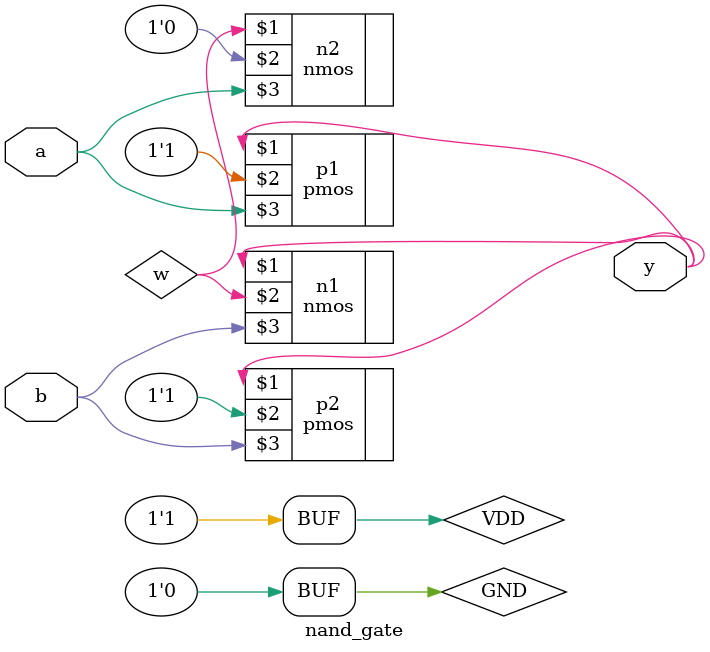
<source format=v>

module nand_gate(a,b,y);

//DIrections

	input a;
	input b;
	output y;

//INTERNAL SIGNALS 
	wire w;
	supply1 VDD;
	supply0 GND;
	pmos p1(y,VDD,a);
	pmos p2(y, VDD,b);
	nmos n1(y,w,b); nmos n2(w, GND, a);

endmodule

</source>
